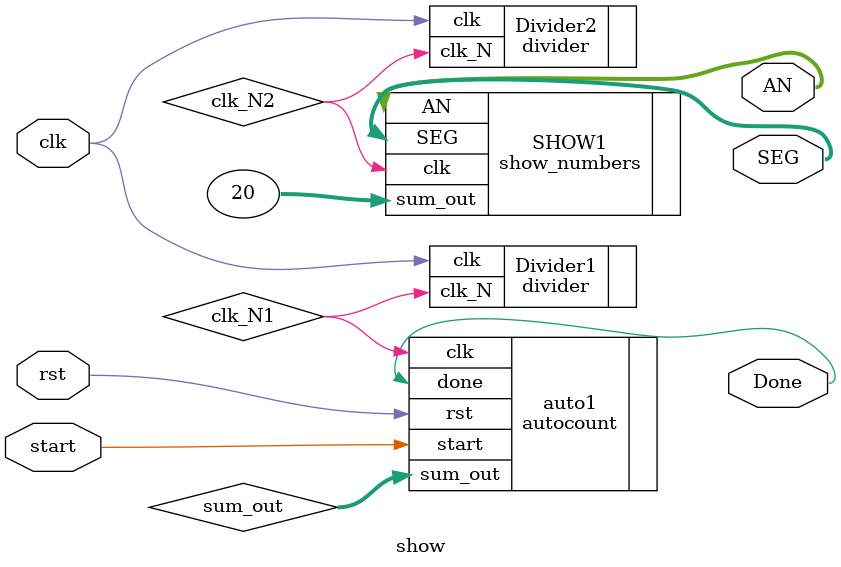
<source format=v>
`timescale 1ns / 1ps


module show(clk, rst, start, Done, SEG, AN);
  input clk, rst, start;
  output Done;
  output [7:0] SEG;
  output [7:0] AN;
  wire clk_N1,clk_N2;
  wire [31:0]sum_out;
  divider #(100_000_000) Divider1(.clk(clk), .clk_N(clk_N1));
  divider #(200_000) Divider2(.clk(clk), .clk_N(clk_N2));
  show_numbers SHOW1(.clk(clk_N2), .sum_out(20), .AN(AN), .SEG(SEG));

  autocount auto1(.clk(clk_N1),.rst(rst),.start(start),.done(Done), .sum_out(sum_out));
endmodule

</source>
